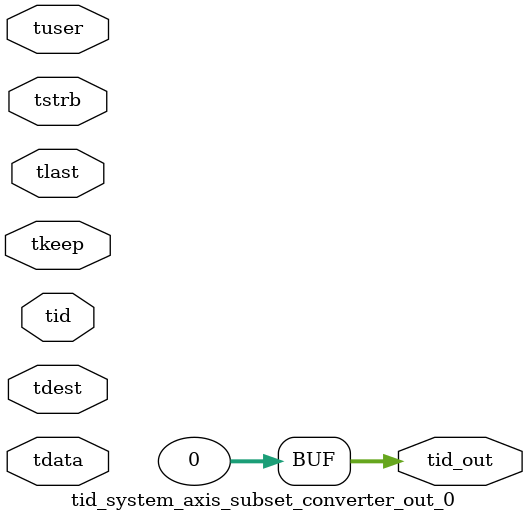
<source format=v>


`timescale 1ps/1ps

module tid_system_axis_subset_converter_out_0 #
(
parameter C_S_AXIS_TID_WIDTH   = 1,
parameter C_S_AXIS_TUSER_WIDTH = 0,
parameter C_S_AXIS_TDATA_WIDTH = 0,
parameter C_S_AXIS_TDEST_WIDTH = 0,
parameter C_M_AXIS_TID_WIDTH   = 32
)
(
input  [(C_S_AXIS_TID_WIDTH   == 0 ? 1 : C_S_AXIS_TID_WIDTH)-1:0       ] tid,
input  [(C_S_AXIS_TDATA_WIDTH == 0 ? 1 : C_S_AXIS_TDATA_WIDTH)-1:0     ] tdata,
input  [(C_S_AXIS_TUSER_WIDTH == 0 ? 1 : C_S_AXIS_TUSER_WIDTH)-1:0     ] tuser,
input  [(C_S_AXIS_TDEST_WIDTH == 0 ? 1 : C_S_AXIS_TDEST_WIDTH)-1:0     ] tdest,
input  [(C_S_AXIS_TDATA_WIDTH/8)-1:0 ] tkeep,
input  [(C_S_AXIS_TDATA_WIDTH/8)-1:0 ] tstrb,
input                                                                    tlast,
output [(C_M_AXIS_TID_WIDTH   == 0 ? 1 : C_M_AXIS_TID_WIDTH)-1:0       ] tid_out
);

assign tid_out = {1'b0};

endmodule


</source>
